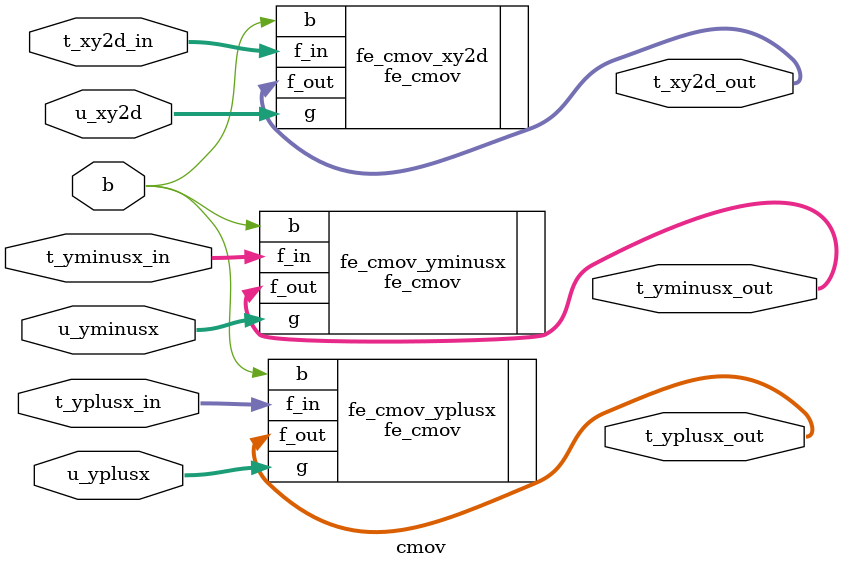
<source format=sv>
module cmov (
    input  wire signed [319:0] t_yplusx_in,   // Input t->yplusx (fe type: 10 x 32-bit)
    input  wire signed [319:0] t_yminusx_in,  // Input t->yminusx
    input  wire signed [319:0] t_xy2d_in,     // Input t->xy2d
    input  wire signed [319:0] u_yplusx,      // Input u->yplusx
    input  wire signed [319:0] u_yminusx,     // Input u->yminusx
    input  wire signed [319:0] u_xy2d,        // Input u->xy2d
    input  wire                b,             // Control signal (0 or 1)
    output wire signed [319:0] t_yplusx_out,  // Output t->yplusx
    output wire signed [319:0] t_yminusx_out, // Output t->yminusx
    output wire signed [319:0] t_xy2d_out     // Output t->xy2d
);

    // Instantiate fe_cmov for each field of ge_precomp
    fe_cmov fe_cmov_yplusx (
        .f_in(t_yplusx_in),
        .g(u_yplusx),
        .b(b),
        .f_out(t_yplusx_out)
    );

    fe_cmov fe_cmov_yminusx (
        .f_in(t_yminusx_in),
        .g(u_yminusx),
        .b(b),
        .f_out(t_yminusx_out)
    );

    fe_cmov fe_cmov_xy2d (
        .f_in(t_xy2d_in),
        .g(u_xy2d),
        .b(b),
        .f_out(t_xy2d_out)
    );

endmodule
</source>
